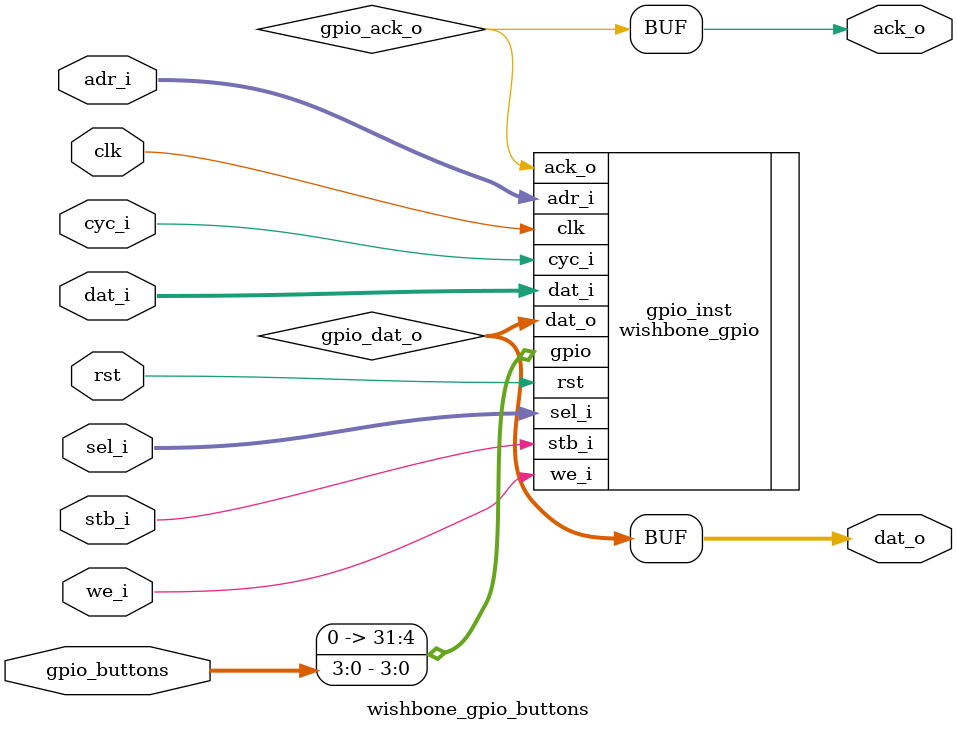
<source format=v>
module wishbone_gpio_buttons (
    input wire clk,
    input wire rst,

    // WISHBONE Interface
    input wire [31:0] adr_i,
    input wire [31:0] dat_i,
    output wire [31:0] dat_o,
    input wire we_i,
    input wire [1:0] sel_i, // Byte select
    input wire stb_i,
    output wire ack_o,
    input wire cyc_i,

    // GPIO Interface
    inout wire [3:0] gpio_buttons
);

    // Internal signals
    wire [31:0] gpio_dat_o;
    wire gpio_ack_o;

    // Instantiate WISHBONE GPIO module for buttons
    wishbone_gpio gpio_inst (
        .clk(clk),
        .rst(rst),
        .adr_i(adr_i),
        .dat_i(dat_i),
        .dat_o(gpio_dat_o),
        .we_i(we_i),
        .sel_i(sel_i),
        .stb_i(stb_i),
        .ack_o(gpio_ack_o),
        .cyc_i(cyc_i),
        .gpio({28'b0, gpio_buttons}) // Only use lower 4 bits for buttons
    );

    // Connect WISHBONE signals
    assign dat_o = gpio_dat_o;
    assign ack_o = gpio_ack_o;

endmodule

</source>
